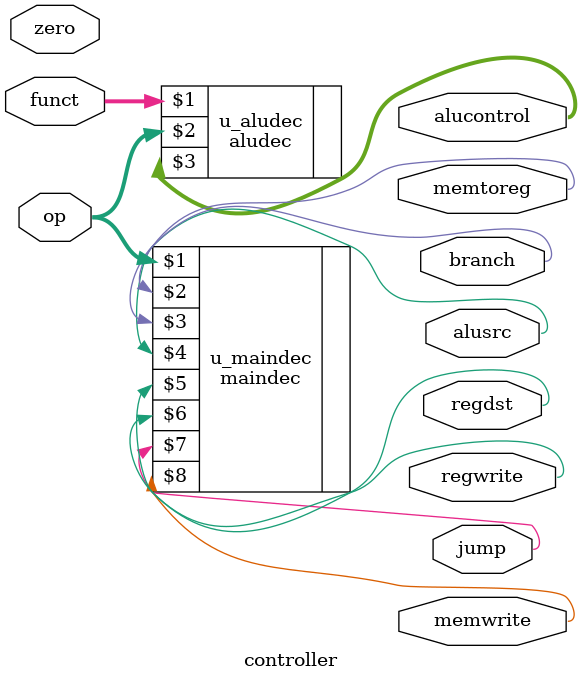
<source format=sv>
`timescale 1ns / 1ps

module controller(
    input wire[5:0] op, funct,
    input wire zero,
    output wire memtoreg, branch, alusrc, regdst, regwrite, jump,
    output wire[4:0] alucontrol,
    output wire memwrite
);

maindec u_maindec(op, memtoreg, branch, alusrc, regdst, regwrite, jump, memwrite);
aludec u_aludec(funct, op, alucontrol);

endmodule
</source>
